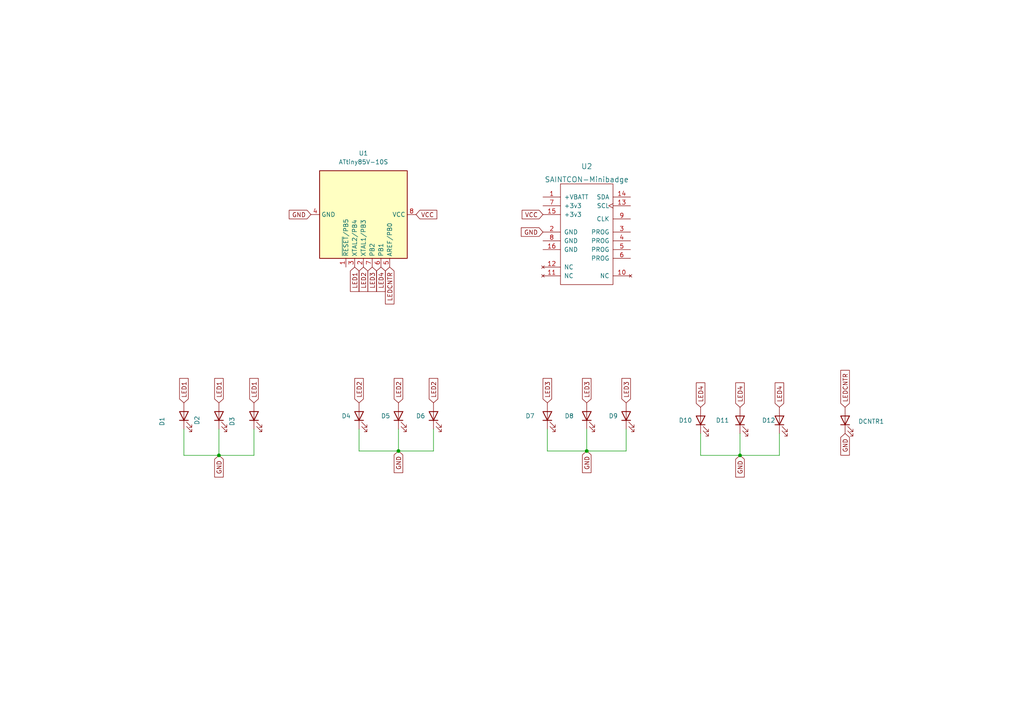
<source format=kicad_sch>
(kicad_sch (version 20230819) (generator eeschema)
  (paper "A4")
  (lib_symbols
    (symbol "Device:LED" (pin_numbers hide) (pin_names (offset 1.016) hide)
      (property "Reference" "D" (at 0 2.54 0))
      (property "Value" "LED" (at 0 -2.54 0))
      (symbol "LED_0_1"
        (polyline (pts (xy -1.27 -1.27) (xy -1.27 1.27)) (stroke (width 0.254)))
        (polyline (pts (xy -1.27 0) (xy 1.27 0)))
        (polyline (pts (xy 1.27 -1.27) (xy 1.27 1.27) (xy -1.27 0) (xy 1.27 -1.27)) (stroke (width 0.254)))
        (polyline (pts (xy -3.048 -0.762) (xy -4.572 -2.286) (xy -3.81 -2.286) (xy -4.572 -2.286) (xy -4.572 -1.524)))
        (polyline (pts (xy -1.778 -0.762) (xy -3.302 -2.286) (xy -2.54 -2.286) (xy -3.302 -2.286) (xy -3.302 -1.524)))
      )
      (symbol "LED_1_1"
        (pin passive line (at -3.81 0 0) (length 2.54) (name "K") (number "1"))
        (pin passive line (at 3.81 0 180) (length 2.54) (name "A") (number "2"))
      )
    )
    (symbol "MCU_Microchip_ATtiny:ATtiny85V-10S"
      (property "Reference" "U" (at -12.7 13.97 0))
      (property "Value" "ATtiny85V-10S" (at 2.54 -13.97 0))
      (symbol "ATtiny85V-10S_0_1"
        (rectangle (start -12.7 -12.7) (end 12.7 12.7) (stroke (width 0.254)) (fill (type background)))
      )
      (symbol "ATtiny85V-10S_1_1"
        (pin bidirectional line (at 15.24 -5.08 180) (length 2.54) (name "~{RESET}/PB5") (number "1"))
        (pin bidirectional line (at 15.24 0 180) (length 2.54) (name "XTAL1/PB3") (number "2"))
        (pin bidirectional line (at 15.24 -2.54 180) (length 2.54) (name "XTAL2/PB4") (number "3"))
        (pin power_in line (at 0 -15.24 90) (length 2.54) (name "GND") (number "4"))
        (pin bidirectional line (at 15.24 7.62 180) (length 2.54) (name "AREF/PB0") (number "5"))
        (pin bidirectional line (at 15.24 5.08 180) (length 2.54) (name "PB1") (number "6"))
        (pin bidirectional line (at 15.24 2.54 180) (length 2.54) (name "PB2") (number "7"))
        (pin power_in line (at 0 15.24 270) (length 2.54) (name "VCC") (number "8"))
      )
    )
    (symbol "SaintCon:SAINTCON-Minibadge" (pin_names (offset 1.016))
      (property "Reference" "U" (at -6.35 11.43 0))
      (property "Value" "SAINTCON-Minibadge" (at 1.27 -20.32 0))
      (symbol "SAINTCON-Minibadge_0_1"
        (rectangle (start -7.62 10.16) (end 7.62 -19.05))
      )
      (symbol "SAINTCON-Minibadge_1_1"
        (pin power_out line (at -12.7 6.35 0) (length 5.08) (name "+VBATT") (number "1"))
        (pin no_connect line (at 12.7 -16.51 180) (length 5.08) (name "NC") (number "10"))
        (pin no_connect line (at -12.7 -16.51 0) (length 5.08) (name "NC") (number "11"))
        (pin no_connect line (at -12.7 -13.97 0) (length 5.08) (name "NC") (number "12"))
        (pin output clock (at 12.7 3.81 180) (length 5.08) (name "SCL") (number "13"))
        (pin bidirectional line (at 12.7 6.35 180) (length 5.08) (name "SDA") (number "14"))
        (pin power_out line (at -12.7 1.27 0) (length 5.08) (name "+3v3") (number "15"))
        (pin power_out line (at -12.7 -8.89 0) (length 5.08) (name "GND") (number "16"))
        (pin power_out line (at -12.7 -3.81 0) (length 5.08) (name "GND") (number "2"))
        (pin bidirectional line (at 12.7 -3.81 180) (length 5.08) (name "PROG") (number "3"))
        (pin bidirectional line (at 12.7 -6.35 180) (length 5.08) (name "PROG") (number "4"))
        (pin bidirectional line (at 12.7 -8.89 180) (length 5.08) (name "PROG") (number "5"))
        (pin bidirectional line (at 12.7 -11.43 180) (length 5.08) (name "PROG") (number "6"))
        (pin power_out line (at -12.7 3.81 0) (length 5.08) (name "+3v3") (number "7"))
        (pin power_out line (at -12.7 -6.35 0) (length 5.08) (name "GND") (number "8"))
        (pin output line (at 12.7 0 180) (length 5.08) (name "CLK") (number "9"))
      )
    )
  )
  (junction (at 214.63 132.08))
  (junction (at 63.5 132.08))
  (junction (at 115.57 130.81))
  (junction (at 170.18 130.81))
  (wire (pts (xy 158.75 130.81) (xy 170.18 130.81)))
  (wire (pts (xy 73.66 132.08) (xy 73.66 124.46)))
  (wire (pts (xy 115.57 124.46) (xy 115.57 130.81)))
  (wire (pts (xy 63.5 132.08) (xy 73.66 132.08)))
  (wire (pts (xy 115.57 130.81) (xy 125.73 130.81)))
  (wire (pts (xy 203.2 132.08) (xy 214.63 132.08)))
  (wire (pts (xy 214.63 132.08) (xy 226.06 132.08)))
  (wire (pts (xy 158.75 124.46) (xy 158.75 130.81)))
  (wire (pts (xy 104.14 124.46) (xy 104.14 130.81)))
  (wire (pts (xy 170.18 130.81) (xy 181.61 130.81)))
  (wire (pts (xy 203.2 125.73) (xy 203.2 132.08)))
  (wire (pts (xy 104.14 130.81) (xy 115.57 130.81)))
  (wire (pts (xy 170.18 124.46) (xy 170.18 130.81)))
  (wire (pts (xy 53.34 124.46) (xy 53.34 132.08)))
  (wire (pts (xy 181.61 124.46) (xy 181.61 130.81)))
  (wire (pts (xy 63.5 124.46) (xy 63.5 132.08)))
  (wire (pts (xy 226.06 125.73) (xy 226.06 132.08)))
  (wire (pts (xy 53.34 132.08) (xy 63.5 132.08)))
  (wire (pts (xy 214.63 125.73) (xy 214.63 132.08)))
  (wire (pts (xy 125.73 124.46) (xy 125.73 130.81)))
  (global_label "LED4" (shape input) (at 203.2 118.11 90) (property "Intersheetrefs" "${INTERSHEET_REFS}" (effects hide)))
  (global_label "LED2" (shape input) (at 125.73 116.84 90) (property "Intersheetrefs" "${INTERSHEET_REFS}" (effects hide)))
  (global_label "GND" (shape input) (at 90.17 62.23 180) (property "Intersheetrefs" "${INTERSHEET_REFS}" (effects hide)))
  (global_label "VCC" (shape input) (at 120.65 62.23 0) (property "Intersheetrefs" "${INTERSHEET_REFS}" (effects hide)))
  (global_label "LED3" (shape input) (at 107.95 77.47 270) (property "Intersheetrefs" "${INTERSHEET_REFS}" (effects hide)))
  (global_label "LED2" (shape input) (at 104.14 116.84 90) (property "Intersheetrefs" "${INTERSHEET_REFS}" (effects hide)))
  (global_label "LED1" (shape input) (at 63.5 116.84 90) (property "Intersheetrefs" "${INTERSHEET_REFS}" (effects hide)))
  (global_label "LED1" (shape input) (at 73.66 116.84 90) (property "Intersheetrefs" "${INTERSHEET_REFS}" (effects hide)))
  (global_label "GND" (shape input) (at 115.57 130.81 270) (property "Intersheetrefs" "${INTERSHEET_REFS}" (effects hide)))
  (global_label "GND" (shape input) (at 214.63 132.08 270) (property "Intersheetrefs" "${INTERSHEET_REFS}" (effects hide)))
  (global_label "LED1" (shape input) (at 53.34 116.84 90) (property "Intersheetrefs" "${INTERSHEET_REFS}" (effects hide)))
  (global_label "GND" (shape input) (at 170.18 130.81 270) (property "Intersheetrefs" "${INTERSHEET_REFS}" (effects hide)))
  (global_label "LED2" (shape input) (at 115.57 116.84 90) (property "Intersheetrefs" "${INTERSHEET_REFS}" (effects hide)))
  (global_label "LED4" (shape input) (at 110.49 77.47 270) (property "Intersheetrefs" "${INTERSHEET_REFS}" (effects hide)))
  (global_label "LED3" (shape input) (at 181.61 116.84 90) (property "Intersheetrefs" "${INTERSHEET_REFS}" (effects hide)))
  (global_label "VCC" (shape input) (at 157.48 62.23 180) (property "Intersheetrefs" "${INTERSHEET_REFS}" (effects hide)))
  (global_label "GND" (shape input) (at 63.5 132.08 270) (property "Intersheetrefs" "${INTERSHEET_REFS}" (effects hide)))
  (global_label "LED3" (shape input) (at 170.18 116.84 90) (property "Intersheetrefs" "${INTERSHEET_REFS}" (effects hide)))
  (global_label "LED2" (shape input) (at 105.41 77.47 270) (property "Intersheetrefs" "${INTERSHEET_REFS}" (effects hide)))
  (global_label "GND" (shape input) (at 157.48 67.31 180) (property "Intersheetrefs" "${INTERSHEET_REFS}" (effects hide)))
  (global_label "GND" (shape input) (at 245.11 125.73 270) (property "Intersheetrefs" "${INTERSHEET_REFS}" (effects hide)))
  (global_label "LED4" (shape input) (at 226.06 118.11 90) (property "Intersheetrefs" "${INTERSHEET_REFS}" (effects hide)))
  (global_label "LED1" (shape input) (at 102.87 77.47 270) (property "Intersheetrefs" "${INTERSHEET_REFS}" (effects hide)))
  (global_label "LED3" (shape input) (at 158.75 116.84 90) (property "Intersheetrefs" "${INTERSHEET_REFS}" (effects hide)))
  (global_label "LED4" (shape input) (at 214.63 118.11 90) (property "Intersheetrefs" "${INTERSHEET_REFS}" (effects hide)))
  (global_label "LEDCNTR" (shape input) (at 113.03 77.47 270) (property "Intersheetrefs" "${INTERSHEET_REFS}" (effects hide)))
  (global_label "LEDCNTR" (shape input) (at 245.11 118.11 90) (property "Intersheetrefs" "${INTERSHEET_REFS}" (effects hide)))
  (symbol (lib_id "Device:LED") (at 214.63 121.92 90) (unit 1)
    (property "Reference" "D11" (at 209.55 121.92 90))
    (property "Value" "LED" (effects hide))
    (property "Footprint" "LED_SMD:LED_0402_1005Metric_Pad0.77x0.64mm_HandSolder" (effects hide))
  )
  (symbol (lib_id "Device:LED") (at 63.5 120.65 90) (unit 1)
    (property "Reference" "D2" (at 57.15 121.92 0))
    (property "Value" "LED" (effects hide))
    (property "Footprint" "LED_SMD:LED_0402_1005Metric_Pad0.77x0.64mm_HandSolder" (effects hide))
  )
  (symbol (lib_id "Device:LED") (at 181.61 120.65 90) (unit 1)
    (property "Reference" "D9" (at 176.53 120.65 90) (effects (justify right)))
    (property "Value" "LED" (effects hide))
    (property "Footprint" "LED_SMD:LED_0402_1005Metric_Pad0.77x0.64mm_HandSolder" (effects hide))
  )
  (symbol (lib_id "Device:LED") (at 125.73 120.65 90) (unit 1)
    (property "Reference" "D6" (at 120.65 120.65 90) (effects (justify right)))
    (property "Value" "LED" (effects hide))
    (property "Footprint" "LED_SMD:LED_0402_1005Metric_Pad0.77x0.64mm_HandSolder" (effects hide))
  )
  (symbol (lib_id "Device:LED") (at 53.34 120.65 90) (unit 1)
    (property "Reference" "D1" (at 46.99 122.2375 0))
    (property "Value" "LED" (effects hide))
    (property "Footprint" "LED_SMD:LED_0402_1005Metric_Pad0.77x0.64mm_HandSolder" (effects hide))
  )
  (symbol (lib_id "SaintCon:SAINTCON-Minibadge") (at 170.18 63.5 0) (unit 1)
    (property "Reference" "U2" (at 170.18 48.26 0) (effects (font (size 1.524 1.524))))
    (property "Value" "SAINTCON-Minibadge" (at 170.18 52.07 0) (effects (font (size 1.524 1.524))))
    (property "Footprint" "SaintCon:SAINTCON-Simple" (effects hide))
  )
  (symbol (lib_id "Device:LED") (at 73.66 120.65 90) (unit 1)
    (property "Reference" "D3" (at 67.31 122.2375 0))
    (property "Value" "LED" (effects hide))
    (property "Footprint" "LED_SMD:LED_0402_1005Metric_Pad0.77x0.64mm_HandSolder" (effects hide))
  )
  (symbol (lib_id "Device:LED") (at 170.18 120.65 90) (unit 1)
    (property "Reference" "D8" (at 165.1 120.65 90))
    (property "Value" "LED" (effects hide))
    (property "Footprint" "LED_SMD:LED_0402_1005Metric_Pad0.77x0.64mm_HandSolder" (effects hide))
  )
  (symbol (lib_id "Device:LED") (at 104.14 120.65 90) (unit 1)
    (property "Reference" "D4" (at 99.06 120.65 90) (effects (justify right)))
    (property "Value" "LED" (effects hide))
    (property "Footprint" "LED_SMD:LED_0402_1005Metric_Pad0.77x0.64mm_HandSolder" (effects hide))
  )
  (symbol (lib_id "Device:LED") (at 115.57 120.65 90) (unit 1)
    (property "Reference" "D5" (at 110.49 120.65 90) (effects (justify right)))
    (property "Value" "LED" (effects hide))
    (property "Footprint" "LED_SMD:LED_0402_1005Metric_Pad0.77x0.64mm_HandSolder" (effects hide))
  )
  (symbol (lib_id "Device:LED") (at 226.06 121.92 90) (unit 1)
    (property "Reference" "D12" (at 220.98 121.92 90) (effects (justify right)))
    (property "Value" "LED" (effects hide))
    (property "Footprint" "LED_SMD:LED_0402_1005Metric_Pad0.77x0.64mm_HandSolder" (effects hide))
  )
  (symbol (lib_id "MCU_Microchip_ATtiny:ATtiny85V-10S") (at 105.41 62.23 270) (unit 1)
    (property "Reference" "U1" (at 105.41 44.45 90))
    (property "Value" "ATtiny85V-10S" (at 105.41 46.99 90))
    (property "Footprint" "Package_SO:SOIC-8W_5.3x5.3mm_P1.27mm" (effects hide))
    (property "Datasheet" "http://ww1.microchip.com/downloads/en/DeviceDoc/atmel-2586-avr-8-bit-microcontroller-attiny25-attiny45-attiny85_datasheet.pdf" (effects hide))
  )
  (symbol (lib_id "Device:LED") (at 245.11 121.92 90) (unit 1)
    (property "Reference" "DCNTR1" (at 248.92 122.2374 90) (effects (justify right)))
    (property "Value" "LED" (effects hide))
    (property "Footprint" "LED_SMD:LED_0402_1005Metric_Pad0.77x0.64mm_HandSolder" (effects hide))
  )
  (symbol (lib_id "Device:LED") (at 203.2 121.92 90) (unit 1)
    (property "Reference" "D10" (at 196.85 121.92 90) (effects (justify right)))
    (property "Value" "LED" (effects hide))
    (property "Footprint" "LED_SMD:LED_0402_1005Metric_Pad0.77x0.64mm_HandSolder" (effects hide))
  )
  (symbol (lib_id "Device:LED") (at 158.75 120.65 90) (unit 1)
    (property "Reference" "D7" (at 152.4 120.65 90) (effects (justify right)))
    (property "Value" "LED" (effects hide))
    (property "Footprint" "LED_SMD:LED_0402_1005Metric_Pad0.77x0.64mm_HandSolder" (effects hide))
  )
)
</source>
